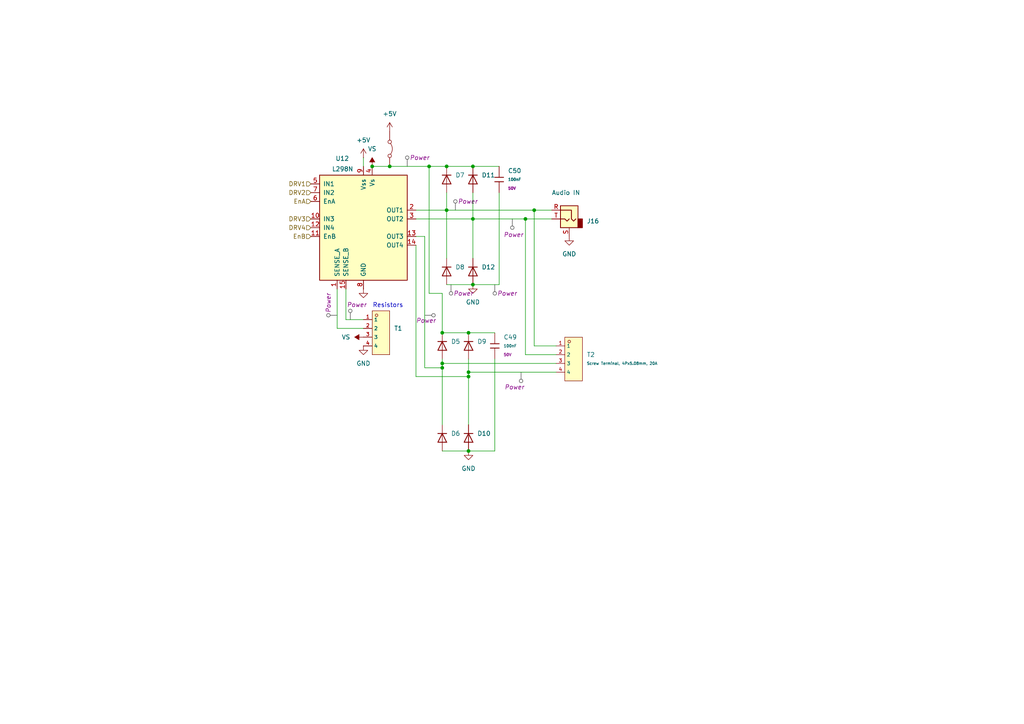
<source format=kicad_sch>
(kicad_sch (version 20250114) (generator "eeschema") (generator_version "9.0")
  (paper "A4")
  (lib_symbols
    (symbol "Connector_Audio:AudioJack2_Ground"
      (property "Reference" "J4" (at -5.08 -0.635 0))
      (property "Value" "Audio Out to Soundcard" (at 5.08 7.62 0))
      (symbol "AudioJack2_Ground_0_1"
        (rectangle (start -2.54 -2.54) (end -3.81 0) (stroke (width 0.254)) (fill (type outline)))
        (polyline (pts (xy 0 0) (xy 0.635 -0.635) (xy 1.27 0) (xy 2.54 0)) (stroke (width 0.254)))
        (rectangle (start 2.54 3.81) (end -2.54 -2.54) (stroke (width 0.254)) (fill (type background)))
        (polyline (pts (xy 2.54 2.54) (xy -0.635 2.54) (xy -0.635 0) (xy -1.27 -0.635) (xy -1.905 0)) (stroke (width 0.254)))
      )
      (symbol "AudioJack2_Ground_1_1"
        (pin passive line (at 0 -5.08 90) (length 2.54) (name "~") (number "S"))
        (pin passive line (at 5.08 2.54 180) (length 2.54) (name "~") (number "R"))
        (pin passive line (at 5.08 0 180) (length 2.54) (name "~") (number "T"))
      )
    )
    (symbol "Driver_Motor:L298N" (pin_names (offset 1.016))
      (property "Reference" "U" (at -10.16 16.51 0))
      (property "Value" "L298N" (at 12.7 16.51 0))
      (symbol "L298N_0_1"
        (rectangle (start -12.7 15.24) (end 12.7 -15.24) (stroke (width 0.254)) (fill (type background)))
      )
      (symbol "L298N_1_1"
        (pin input line (at -15.24 12.7 0) (length 2.54) (name "IN1") (number "5"))
        (pin input line (at -15.24 10.16 0) (length 2.54) (name "IN2") (number "7"))
        (pin input line (at -15.24 7.62 0) (length 2.54) (name "EnA") (number "6"))
        (pin input line (at -15.24 2.54 0) (length 2.54) (name "IN3") (number "10"))
        (pin input line (at -15.24 0 0) (length 2.54) (name "IN4") (number "12"))
        (pin input line (at -15.24 -2.54 0) (length 2.54) (name "EnB") (number "11"))
        (pin power_in line (at -7.62 -17.78 90) (length 2.54) (name "SENSE_A") (number "1"))
        (pin power_in line (at -5.08 -17.78 90) (length 2.54) (name "SENSE_B") (number "15"))
        (pin power_in line (at 0 17.78 270) (length 2.54) (name "Vss") (number "9"))
        (pin power_in line (at 0 -17.78 90) (length 2.54) (name "GND") (number "8"))
        (pin power_in line (at 2.54 17.78 270) (length 2.54) (name "Vs") (number "4"))
        (pin output line (at 15.24 5.08 180) (length 2.54) (name "OUT1") (number "2"))
        (pin output line (at 15.24 2.54 180) (length 2.54) (name "OUT2") (number "3"))
        (pin output line (at 15.24 -2.54 180) (length 2.54) (name "OUT3") (number "13"))
        (pin output line (at 15.24 -5.08 180) (length 2.54) (name "OUT4") (number "14"))
      )
    )
    (symbol "Jumper:Jumper_2_Bridged" (pin_numbers (hide yes)) (pin_names (offset 0) (hide yes)) (exclude_from_sim yes)
      (property "Reference" "JP" (at 0 1.905 0))
      (property "Value" "Jumper_2_Bridged" (at 0 -2.54 0))
      (symbol "Jumper_2_Bridged_0_0"
        (circle (center -2.032 0) (radius 0.508))
        (circle (center 2.032 0) (radius 0.508))
      )
      (symbol "Jumper_2_Bridged_0_1"
        (arc (start -1.524 0.254) (mid 0 0.762) (end 1.524 0.254))
      )
      (symbol "Jumper_2_Bridged_1_1"
        (pin passive line (at -5.08 0 0) (length 2.54) (name "A") (number "1"))
        (pin passive line (at 5.08 0 180) (length 2.54) (name "B") (number "2"))
      )
    )
    (symbol "PCM_JLCPCB-Capacitors:0805,100nF,(2)" (pin_numbers (hide yes)) (pin_names (offset 0))
      (property "Reference" "C" (at 2.032 1.668 0))
      (property "Value" "100nF" (at 2.032 -0.3782 0))
      (property "Voltage Rated" "50V" (at 2.032 -2.0462 0))
      (symbol "0805,100nF,(2)_0_1"
        (polyline (pts (xy -1.27 0.635) (xy 1.27 0.635)) (stroke (width 0.254)))
        (polyline (pts (xy -1.27 -0.635) (xy 1.27 -0.635)) (stroke (width 0.254)))
      )
      (symbol "0805,100nF,(2)_1_1"
        (pin passive line (at 0 3.81 270) (length 3.175) (name "~") (number "1"))
        (pin passive line (at 0 -3.81 90) (length 3.175) (name "~") (number "2"))
      )
    )
    (symbol "PCM_JLCPCB-Connectors_Buttons:Screw Terminal, 4Px5.08mm, 20A"
      (property "Reference" "T" (at 3.556 6.604 0))
      (property "Value" "Screw Terminal, 4Px5.08mm, 20A" (at 0 -6.096 0))
      (symbol "Screw Terminal, 4Px5.08mm, 20A_0_1"
        (rectangle (start -2.54 7.62) (end 2.54 -5.08) (fill (type background)))
        (circle (center -1.27 6.35) (radius 0.381) (fill (type background)))
        (pin unspecified line (at -5.08 5.08 0) (length 2.54) (name "1") (number "1"))
        (pin unspecified line (at -5.08 2.54 0) (length 2.54) (name "2") (number "2"))
        (pin unspecified line (at -5.08 0 0) (length 2.54) (name "3") (number "3"))
        (pin unspecified line (at -5.08 -2.54 0) (length 2.54) (name "4") (number "4"))
      )
    )
    (symbol "PCM_JLCPCB-Diodes:General,1N4004W" (pin_numbers (hide yes)) (pin_names (offset 0))
      (property "Reference" "D" (at 2.032 0.834 0))
      (property "Value" "1N4004W" (at 2.032 -1.2122 0))
      (symbol "General,1N4004W_0_1"
        (polyline (pts (xy -1.27 1.27) (xy 0 -1.27) (xy 1.27 1.27) (xy -1.27 1.27)) (stroke (width 0.254)))
        (polyline (pts (xy -1.27 -1.27) (xy 1.27 -1.27)) (stroke (width 0.254)))
      )
      (symbol "General,1N4004W_1_1"
        (pin passive line (at 0 3.81 270) (length 3.81) (name "~") (number "2"))
        (pin passive line (at 0 -3.81 90) (length 3.81) (name "~") (number "1"))
      )
    )
    (symbol "power:+1V0" (power) (pin_numbers (hide yes)) (pin_names (offset 0) (hide yes))
      (property "Value" "+1V0" (at 0 3.556 0))
      (symbol "+1V0_0_1"
        (polyline (pts (xy -0.762 1.27) (xy 0 2.54)))
        (polyline (pts (xy 0 2.54) (xy 0.762 1.27)))
        (polyline (pts (xy 0 0) (xy 0 2.54)))
      )
      (symbol "+1V0_1_1"
        (pin power_in line (at 0 0 90) (length 0) (name "~") (number "1"))
      )
    )
    (symbol "power:GND" (power) (pin_numbers (hide yes)) (pin_names (offset 0) (hide yes))
      (property "Value" "GND" (at 0 -3.81 0))
      (symbol "GND_0_1"
        (polyline (pts (xy 0 0) (xy 0 -1.27) (xy 1.27 -1.27) (xy 0 -2.54) (xy -1.27 -1.27) (xy 0 -1.27)))
      )
      (symbol "GND_1_1"
        (pin power_in line (at 0 0 270) (length 0) (name "~") (number "1"))
      )
    )
    (symbol "power:VS" (power) (pin_numbers (hide yes)) (pin_names (offset 0) (hide yes))
      (property "Value" "VS" (at 0 3.556 0))
      (symbol "VS_0_1"
        (polyline (pts (xy 0 0) (xy 0 2.54)))
        (polyline (pts (xy 0.762 1.27) (xy -0.762 1.27) (xy 0 2.54) (xy 0.762 1.27)) (fill (type outline)))
      )
      (symbol "VS_1_1"
        (pin power_in line (at 0 0 90) (length 0) (name "~") (number "1"))
      )
    )
  )
  (text "Resistors" (at 112.522 88.646 0) (effects (font (size 1.27 1.27))))
  (junction (at 113.03 48.26))
  (junction (at 137.16 82.55))
  (junction (at 124.46 48.26))
  (junction (at 137.16 48.26))
  (junction (at 152.4 63.5))
  (junction (at 128.27 105.41))
  (junction (at 154.94 60.96))
  (junction (at 135.89 96.52))
  (junction (at 128.27 96.52))
  (junction (at 135.89 109.22))
  (junction (at 135.89 130.81))
  (junction (at 129.54 60.96))
  (junction (at 107.95 48.26))
  (junction (at 137.16 63.5))
  (junction (at 135.89 107.95))
  (junction (at 129.54 48.26))
  (junction (at 128.27 106.68))
  (wire (pts (xy 161.29 102.87) (xy 152.4 102.87)))
  (wire (pts (xy 128.27 85.09) (xy 124.46 85.09)))
  (wire (pts (xy 152.4 102.87) (xy 152.4 63.5)))
  (wire (pts (xy 124.46 85.09) (xy 124.46 48.26)))
  (wire (pts (xy 154.94 60.96) (xy 160.02 60.96)))
  (wire (pts (xy 129.54 48.26) (xy 137.16 48.26)))
  (wire (pts (xy 124.46 48.26) (xy 129.54 48.26)))
  (wire (pts (xy 120.65 60.96) (xy 129.54 60.96)))
  (wire (pts (xy 129.54 60.96) (xy 129.54 74.93)))
  (wire (pts (xy 128.27 105.41) (xy 128.27 106.68)))
  (wire (pts (xy 144.78 55.88) (xy 144.78 82.55)))
  (wire (pts (xy 135.89 96.52) (xy 143.51 96.52)))
  (wire (pts (xy 128.27 96.52) (xy 135.89 96.52)))
  (wire (pts (xy 105.41 45.72) (xy 105.41 48.26)))
  (wire (pts (xy 137.16 82.55) (xy 144.78 82.55)))
  (wire (pts (xy 100.33 92.71) (xy 105.41 92.71)))
  (wire (pts (xy 161.29 100.33) (xy 154.94 100.33)))
  (wire (pts (xy 123.19 68.58) (xy 120.65 68.58)))
  (wire (pts (xy 154.94 100.33) (xy 154.94 60.96)))
  (wire (pts (xy 129.54 82.55) (xy 137.16 82.55)))
  (wire (pts (xy 135.89 130.81) (xy 143.51 130.81)))
  (wire (pts (xy 97.79 95.25) (xy 105.41 95.25)))
  (wire (pts (xy 128.27 130.81) (xy 135.89 130.81)))
  (wire (pts (xy 100.33 83.82) (xy 100.33 92.71)))
  (wire (pts (xy 143.51 104.14) (xy 143.51 130.81)))
  (wire (pts (xy 120.65 109.22) (xy 135.89 109.22)))
  (wire (pts (xy 135.89 109.22) (xy 135.89 123.19)))
  (wire (pts (xy 113.03 48.26) (xy 124.46 48.26)))
  (wire (pts (xy 123.19 106.68) (xy 128.27 106.68)))
  (wire (pts (xy 128.27 96.52) (xy 128.27 85.09)))
  (wire (pts (xy 97.79 83.82) (xy 97.79 95.25)))
  (wire (pts (xy 160.02 63.5) (xy 152.4 63.5)))
  (wire (pts (xy 129.54 55.88) (xy 129.54 60.96)))
  (wire (pts (xy 128.27 105.41) (xy 161.29 105.41)))
  (wire (pts (xy 123.19 68.58) (xy 123.19 106.68)))
  (wire (pts (xy 120.65 63.5) (xy 137.16 63.5)))
  (wire (pts (xy 137.16 55.88) (xy 137.16 63.5)))
  (wire (pts (xy 135.89 107.95) (xy 135.89 109.22)))
  (wire (pts (xy 137.16 48.26) (xy 144.78 48.26)))
  (wire (pts (xy 129.54 60.96) (xy 154.94 60.96)))
  (wire (pts (xy 128.27 106.68) (xy 128.27 123.19)))
  (wire (pts (xy 161.29 107.95) (xy 135.89 107.95)))
  (wire (pts (xy 120.65 71.12) (xy 120.65 109.22)))
  (wire (pts (xy 128.27 104.14) (xy 128.27 105.41)))
  (wire (pts (xy 137.16 63.5) (xy 137.16 74.93)))
  (wire (pts (xy 135.89 104.14) (xy 135.89 107.95)))
  (wire (pts (xy 107.95 48.26) (xy 113.03 48.26)))
  (wire (pts (xy 152.4 63.5) (xy 137.16 63.5)))
  (hierarchical_label "DRV4" (shape input) (at 90.17 66.04 180))
  (hierarchical_label "DRV2" (shape input) (at 90.17 55.88 180))
  (hierarchical_label "EnA" (shape input) (at 90.17 58.42 180))
  (hierarchical_label "DRV3" (shape input) (at 90.17 63.5 180))
  (hierarchical_label "EnB" (shape input) (at 90.17 68.58 180))
  (hierarchical_label "DRV1" (shape input) (at 90.17 53.34 180))
  (netclass_flag "" (length 2.54) (shape round) (at 148.59 63.5 180) (property "Netclass" "Power" (at 146.05 68.072 0) (effects (font (italic yes)) (justify left))))
  (netclass_flag "" (length 2.54) (shape round) (at 97.79 91.44 90) (property "Netclass" "Power" (at 95.25 90.7415 90) (effects (font (italic yes)) (justify left))))
  (netclass_flag "" (length 2.54) (shape round) (at 143.51 82.55 180) (property "Netclass" "Power" (at 144.2085 85.09 0) (effects (font (italic yes)) (justify left))))
  (netclass_flag "" (length 2.54) (shape round) (at 151.13 107.95 180) (property "Netclass" "Power" (at 152.146 112.268 0) (effects (font (italic yes)) (justify right))))
  (netclass_flag "" (length 2.54) (shape round) (at 118.11 48.26 0) (property "Netclass" "Power" (at 118.8085 45.72 0) (effects (font (italic yes)) (justify left))))
  (netclass_flag "" (length 2.54) (shape round) (at 123.19 91.44 270) (property "Netclass" "Power" (at 126.492 92.964 0) (effects (font (italic yes)) (justify right))))
  (netclass_flag "" (length 2.54) (shape round) (at 132.08 60.96 0) (property "Netclass" "Power" (at 132.7785 58.42 0) (effects (font (italic yes)) (justify left))))
  (netclass_flag "" (length 2.54) (shape round) (at 101.6 92.71 0) (property "Netclass" "Power" (at 100.584 88.392 0) (effects (font (italic yes)) (justify left))))
  (netclass_flag "" (length 2.54) (shape round) (at 130.81 82.55 180) (property "Netclass" "Power" (at 131.5085 85.09 0) (effects (font (italic yes)) (justify left))))
  (symbol (lib_id "power:GND") (at 135.89 130.81 0) (unit 1)
    (property "Reference" "#PWR096" (effects (hide yes)))
    (property "Value" "GND" (at 135.89 135.89 0))
    (property "Description" "Power symbol creates a global label with name \"GND\" , ground" (effects (hide yes)))
  )
  (symbol (lib_id "PCM_JLCPCB-Diodes:General,1N4004W") (at 137.16 52.07 180) (unit 1)
    (property "Reference" "D11" (at 139.7 50.7999 0) (effects (justify right)))
    (property "Value" "1N4004W" (effects (hide yes)))
    (property "Footprint" "PCM_JLCPCB:D_SOD-123FL" (effects (hide yes)))
    (property "Datasheet" "https://wmsc.lcsc.com/wmsc/upload/file/pdf/v2/lcsc/2309251425_hongjiacheng-1N4004W_C18199087.pdf" (effects (hide yes)))
    (property "Description" "Independent Type 1A 400V 1V@1.0A SOD-123FL Diodes - General Purpose ROHS" (effects (hide yes)))
    (property "LCSC" "C18199087" (effects (hide yes)))
    (property "Stock" "77243" (effects (hide yes)))
    (property "Price" "0.011USD" (effects (hide yes)))
    (property "Process" "SMT" (effects (hide yes)))
    (property "Minimum Qty" "20" (effects (hide yes)))
    (property "Attrition Qty" "10" (effects (hide yes)))
    (property "Class" "Preferred Component" (effects (hide yes)))
    (property "Category" "Diodes,Diodes - General Purpose" (effects (hide yes)))
    (property "Manufacturer" "hongjiacheng" (effects (hide yes)))
    (property "Part" "1N4004W" (effects (hide yes)))
    (property "Forward Voltage (Vf@If)" "1V@1.0A" (effects (hide yes)))
    (property "Reverse Voltage (Vr)" "400V" (effects (hide yes)))
    (property "Average Rectified Current (Io)" "1A" (effects (hide yes)))
    (property "Diode Configuration" "Single" (effects (hide yes)))
    (property "Reverse Leakage Current" "2uA@400V" (effects (hide yes)))
  )
  (symbol (lib_id "PCM_JLCPCB-Capacitors:0805,100nF,(2)") (at 143.51 100.33 0) (unit 1)
    (property "Reference" "C49" (at 146.05 97.7899 0) (effects (justify left)))
    (property "Value" "100nF" (at 146.05 100.33 0) (effects (font (size 0.8 0.8)) (justify left)))
    (property "Footprint" "PCM_JLCPCB:C_0805" (effects (hide yes)))
    (property "Datasheet" "https://www.lcsc.com/datasheet/lcsc_datasheet_2304140030_YAGEO-CC0805KRX7R9BB104_C49678.pdf" (effects (hide yes)))
    (property "Description" "50V 100nF X7R ±10% 0805 Multilayer Ceramic Capacitors MLCC - SMD/SMT ROHS" (effects (hide yes)))
    (property "LCSC" "C49678" (effects (hide yes)))
    (property "Stock" "14056258" (effects (hide yes)))
    (property "Price" "0.008USD" (effects (hide yes)))
    (property "Process" "SMT" (effects (hide yes)))
    (property "Minimum Qty" "20" (effects (hide yes)))
    (property "Attrition Qty" "10" (effects (hide yes)))
    (property "Class" "Basic Component" (effects (hide yes)))
    (property "Category" "Capacitors,Multilayer Ceramic Capacitors MLCC - SMD/SMT" (effects (hide yes)))
    (property "Manufacturer" "YAGEO" (effects (hide yes)))
    (property "Part" "CC0805KRX7R9BB104" (effects (hide yes)))
    (property "Voltage Rated" "50V" (at 146.05 102.87 0) (effects (font (size 0.8 0.8)) (justify left)))
    (property "Tolerance" "±10%" (effects (hide yes)))
    (property "Capacitance" "100nF" (effects (hide yes)))
    (property "Temperature Coefficient" "X7R" (effects (hide yes)))
  )
  (symbol (lib_id "power:+1V0") (at 105.41 45.72 0) (unit 1)
    (property "Reference" "#PWR093" (effects (hide yes)))
    (property "Value" "+5V" (at 105.41 40.64 0))
    (property "Description" "Power symbol creates a global label with name \"+1V0\"" (effects (hide yes)))
  )
  (symbol (lib_id "PCM_JLCPCB-Diodes:General,1N4004W") (at 137.16 78.74 180) (unit 1)
    (property "Reference" "D12" (at 139.7 77.4699 0) (effects (justify right)))
    (property "Value" "1N4004W" (effects (hide yes)))
    (property "Footprint" "PCM_JLCPCB:D_SOD-123FL" (effects (hide yes)))
    (property "Datasheet" "https://wmsc.lcsc.com/wmsc/upload/file/pdf/v2/lcsc/2309251425_hongjiacheng-1N4004W_C18199087.pdf" (effects (hide yes)))
    (property "Description" "Independent Type 1A 400V 1V@1.0A SOD-123FL Diodes - General Purpose ROHS" (effects (hide yes)))
    (property "LCSC" "C18199087" (effects (hide yes)))
    (property "Stock" "77243" (effects (hide yes)))
    (property "Price" "0.011USD" (effects (hide yes)))
    (property "Process" "SMT" (effects (hide yes)))
    (property "Minimum Qty" "20" (effects (hide yes)))
    (property "Attrition Qty" "10" (effects (hide yes)))
    (property "Class" "Preferred Component" (effects (hide yes)))
    (property "Category" "Diodes,Diodes - General Purpose" (effects (hide yes)))
    (property "Manufacturer" "hongjiacheng" (effects (hide yes)))
    (property "Part" "1N4004W" (effects (hide yes)))
    (property "Forward Voltage (Vf@If)" "1V@1.0A" (effects (hide yes)))
    (property "Reverse Voltage (Vr)" "400V" (effects (hide yes)))
    (property "Average Rectified Current (Io)" "1A" (effects (hide yes)))
    (property "Diode Configuration" "Single" (effects (hide yes)))
    (property "Reverse Leakage Current" "2uA@400V" (effects (hide yes)))
  )
  (symbol (lib_id "PCM_JLCPCB-Diodes:General,1N4004W") (at 129.54 52.07 180) (unit 1)
    (property "Reference" "D7" (at 132.08 50.7999 0) (effects (justify right)))
    (property "Value" "1N4004W" (effects (hide yes)))
    (property "Footprint" "PCM_JLCPCB:D_SOD-123FL" (effects (hide yes)))
    (property "Datasheet" "https://wmsc.lcsc.com/wmsc/upload/file/pdf/v2/lcsc/2309251425_hongjiacheng-1N4004W_C18199087.pdf" (effects (hide yes)))
    (property "Description" "Independent Type 1A 400V 1V@1.0A SOD-123FL Diodes - General Purpose ROHS" (effects (hide yes)))
    (property "LCSC" "C18199087" (effects (hide yes)))
    (property "Stock" "77243" (effects (hide yes)))
    (property "Price" "0.011USD" (effects (hide yes)))
    (property "Process" "SMT" (effects (hide yes)))
    (property "Minimum Qty" "20" (effects (hide yes)))
    (property "Attrition Qty" "10" (effects (hide yes)))
    (property "Class" "Preferred Component" (effects (hide yes)))
    (property "Category" "Diodes,Diodes - General Purpose" (effects (hide yes)))
    (property "Manufacturer" "hongjiacheng" (effects (hide yes)))
    (property "Part" "1N4004W" (effects (hide yes)))
    (property "Forward Voltage (Vf@If)" "1V@1.0A" (effects (hide yes)))
    (property "Reverse Voltage (Vr)" "400V" (effects (hide yes)))
    (property "Average Rectified Current (Io)" "1A" (effects (hide yes)))
    (property "Diode Configuration" "Single" (effects (hide yes)))
    (property "Reverse Leakage Current" "2uA@400V" (effects (hide yes)))
  )
  (symbol (lib_id "power:VS") (at 105.41 97.79 90) (unit 1)
    (property "Reference" "#PWR09" (effects (hide yes)))
    (property "Value" "VS" (at 101.6 97.7899 90) (effects (justify left)))
    (property "Description" "Power symbol creates a global label with name \"VS\"" (effects (hide yes)))
  )
  (symbol (lib_id "power:GND") (at 105.41 83.82 0) (unit 1)
    (property "Reference" "#PWR094" (effects (hide yes)))
    (property "Value" "GND" (effects (hide yes)))
    (property "Description" "Power symbol creates a global label with name \"GND\" , ground" (effects (hide yes)))
  )
  (symbol (lib_id "PCM_JLCPCB-Connectors_Buttons:Screw Terminal, 4Px5.08mm, 20A") (at 166.37 105.41 0) (unit 1)
    (property "Reference" "T2" (at 170.18 102.8699 0) (effects (justify left)))
    (property "Value" "Screw Terminal, 4Px5.08mm, 20A" (at 170.18 105.41 0) (effects (font (size 0.8 0.8)) (justify left)))
    (property "Footprint" "PCM_JLCPCB:CONN-TH_4P-P5.08_DB129VG-5.08-4P-GN-S" (effects (hide yes)))
    (property "Datasheet" "https://wmsc.lcsc.com/wmsc/upload/file/pdf/v2/lcsc/2211041400_DORABO-DB129VG-5-08-4P-GN-S_C2981774.pdf" (effects (hide yes)))
    (property "Description" "1x4P 20A -40°C~+105°C 300V Green 12~26 Direct Insert 5.08mm 1 4 Plugin,P=5.08mm Screw Terminal Blocks ROHS" (effects (hide yes)))
    (property "LCSC" "C2981774" (effects (hide yes)))
    (property "Price" "0.489USD" (effects (hide yes)))
    (property "Stock" "42" (effects (hide yes)))
    (property "Process" "Hand-Soldered" (effects (hide yes)))
    (property "Minimum Qty" "2" (effects (hide yes)))
    (property "Attrition Qty" "0" (effects (hide yes)))
    (property "Class" "Preferred Component" (effects (hide yes)))
    (property "Category" "Connectors,Screw Terminal" (effects (hide yes)))
    (property "Manufacturer" "DORABO" (effects (hide yes)))
    (property "Part" "DB129VG-5.08-4P-GN-S" (effects (hide yes)))
    (property "Number Of Pins Per Row" "4" (effects (hide yes)))
    (property "Structure" "1x4P" (effects (hide yes)))
    (property "Wire Gauge - Awg" "12~26" (effects (hide yes)))
    (property "Pitch" "5.08mm" (effects (hide yes)))
    (property "Number Of Pins" "4P" (effects (hide yes)))
    (property "Color" "Green" (effects (hide yes)))
    (property "Operating Temperature Range" "-40°C~+105°C" (effects (hide yes)))
    (property "Current Rating (Max)" "20A" (effects (hide yes)))
    (property "Number Of Rows" "1" (effects (hide yes)))
    (property "Voltage Rating (Max)" "300V" (effects (hide yes)))
    (property "Mounting Style" "Straight" (effects (hide yes)))
  )
  (symbol (lib_id "PCM_JLCPCB-Diodes:General,1N4004W") (at 128.27 127 180) (unit 1)
    (property "Reference" "D6" (at 130.81 125.7299 0) (effects (justify right)))
    (property "Value" "1N4004W" (effects (hide yes)))
    (property "Footprint" "PCM_JLCPCB:D_SOD-123FL" (effects (hide yes)))
    (property "Datasheet" "https://wmsc.lcsc.com/wmsc/upload/file/pdf/v2/lcsc/2309251425_hongjiacheng-1N4004W_C18199087.pdf" (effects (hide yes)))
    (property "Description" "Independent Type 1A 400V 1V@1.0A SOD-123FL Diodes - General Purpose ROHS" (effects (hide yes)))
    (property "LCSC" "C18199087" (effects (hide yes)))
    (property "Stock" "77243" (effects (hide yes)))
    (property "Price" "0.011USD" (effects (hide yes)))
    (property "Process" "SMT" (effects (hide yes)))
    (property "Minimum Qty" "20" (effects (hide yes)))
    (property "Attrition Qty" "10" (effects (hide yes)))
    (property "Class" "Preferred Component" (effects (hide yes)))
    (property "Category" "Diodes,Diodes - General Purpose" (effects (hide yes)))
    (property "Manufacturer" "hongjiacheng" (effects (hide yes)))
    (property "Part" "1N4004W" (effects (hide yes)))
    (property "Forward Voltage (Vf@If)" "1V@1.0A" (effects (hide yes)))
    (property "Reverse Voltage (Vr)" "400V" (effects (hide yes)))
    (property "Average Rectified Current (Io)" "1A" (effects (hide yes)))
    (property "Diode Configuration" "Single" (effects (hide yes)))
    (property "Reverse Leakage Current" "2uA@400V" (effects (hide yes)))
  )
  (symbol (lib_id "PCM_JLCPCB-Diodes:General,1N4004W") (at 135.89 127 180) (unit 1)
    (property "Reference" "D10" (at 138.43 125.7299 0) (effects (justify right)))
    (property "Value" "1N4004W" (effects (hide yes)))
    (property "Footprint" "PCM_JLCPCB:D_SOD-123FL" (effects (hide yes)))
    (property "Datasheet" "https://wmsc.lcsc.com/wmsc/upload/file/pdf/v2/lcsc/2309251425_hongjiacheng-1N4004W_C18199087.pdf" (effects (hide yes)))
    (property "Description" "Independent Type 1A 400V 1V@1.0A SOD-123FL Diodes - General Purpose ROHS" (effects (hide yes)))
    (property "LCSC" "C18199087" (effects (hide yes)))
    (property "Stock" "77243" (effects (hide yes)))
    (property "Price" "0.011USD" (effects (hide yes)))
    (property "Process" "SMT" (effects (hide yes)))
    (property "Minimum Qty" "20" (effects (hide yes)))
    (property "Attrition Qty" "10" (effects (hide yes)))
    (property "Class" "Preferred Component" (effects (hide yes)))
    (property "Category" "Diodes,Diodes - General Purpose" (effects (hide yes)))
    (property "Manufacturer" "hongjiacheng" (effects (hide yes)))
    (property "Part" "1N4004W" (effects (hide yes)))
    (property "Forward Voltage (Vf@If)" "1V@1.0A" (effects (hide yes)))
    (property "Reverse Voltage (Vr)" "400V" (effects (hide yes)))
    (property "Average Rectified Current (Io)" "1A" (effects (hide yes)))
    (property "Diode Configuration" "Single" (effects (hide yes)))
    (property "Reverse Leakage Current" "2uA@400V" (effects (hide yes)))
  )
  (symbol (lib_id "PCM_JLCPCB-Diodes:General,1N4004W") (at 135.89 100.33 180) (unit 1)
    (property "Reference" "D9" (at 138.43 99.0599 0) (effects (justify right)))
    (property "Value" "1N4004W" (effects (hide yes)))
    (property "Footprint" "PCM_JLCPCB:D_SOD-123FL" (effects (hide yes)))
    (property "Datasheet" "https://wmsc.lcsc.com/wmsc/upload/file/pdf/v2/lcsc/2309251425_hongjiacheng-1N4004W_C18199087.pdf" (effects (hide yes)))
    (property "Description" "Independent Type 1A 400V 1V@1.0A SOD-123FL Diodes - General Purpose ROHS" (effects (hide yes)))
    (property "LCSC" "C18199087" (effects (hide yes)))
    (property "Stock" "77243" (effects (hide yes)))
    (property "Price" "0.011USD" (effects (hide yes)))
    (property "Process" "SMT" (effects (hide yes)))
    (property "Minimum Qty" "20" (effects (hide yes)))
    (property "Attrition Qty" "10" (effects (hide yes)))
    (property "Class" "Preferred Component" (effects (hide yes)))
    (property "Category" "Diodes,Diodes - General Purpose" (effects (hide yes)))
    (property "Manufacturer" "hongjiacheng" (effects (hide yes)))
    (property "Part" "1N4004W" (effects (hide yes)))
    (property "Forward Voltage (Vf@If)" "1V@1.0A" (effects (hide yes)))
    (property "Reverse Voltage (Vr)" "400V" (effects (hide yes)))
    (property "Average Rectified Current (Io)" "1A" (effects (hide yes)))
    (property "Diode Configuration" "Single" (effects (hide yes)))
    (property "Reverse Leakage Current" "2uA@400V" (effects (hide yes)))
  )
  (symbol (lib_id "PCM_JLCPCB-Connectors_Buttons:Screw Terminal, 4Px5.08mm, 20A") (at 110.49 97.79 0) (unit 1)
    (property "Reference" "T1" (at 114.3 95.2499 0) (effects (justify left)))
    (property "Value" "Screw Terminal, 4Px5.08mm, 20A" (effects (hide yes)))
    (property "Footprint" "PCM_JLCPCB:CONN-TH_4P-P5.08_DB129VG-5.08-4P-GN-S" (effects (hide yes)))
    (property "Datasheet" "https://wmsc.lcsc.com/wmsc/upload/file/pdf/v2/lcsc/2211041400_DORABO-DB129VG-5-08-4P-GN-S_C2981774.pdf" (effects (hide yes)))
    (property "Description" "1x4P 20A -40°C~+105°C 300V Green 12~26 Direct Insert 5.08mm 1 4 Plugin,P=5.08mm Screw Terminal Blocks ROHS" (effects (hide yes)))
    (property "LCSC" "C2981774" (effects (hide yes)))
    (property "Price" "0.489USD" (effects (hide yes)))
    (property "Stock" "42" (effects (hide yes)))
    (property "Process" "Hand-Soldered" (effects (hide yes)))
    (property "Minimum Qty" "2" (effects (hide yes)))
    (property "Attrition Qty" "0" (effects (hide yes)))
    (property "Class" "Preferred Component" (effects (hide yes)))
    (property "Category" "Connectors,Screw Terminal" (effects (hide yes)))
    (property "Manufacturer" "DORABO" (effects (hide yes)))
    (property "Part" "DB129VG-5.08-4P-GN-S" (effects (hide yes)))
    (property "Number Of Pins Per Row" "4" (effects (hide yes)))
    (property "Structure" "1x4P" (effects (hide yes)))
    (property "Wire Gauge - Awg" "12~26" (effects (hide yes)))
    (property "Pitch" "5.08mm" (effects (hide yes)))
    (property "Number Of Pins" "4P" (effects (hide yes)))
    (property "Color" "Green" (effects (hide yes)))
    (property "Operating Temperature Range" "-40°C~+105°C" (effects (hide yes)))
    (property "Current Rating (Max)" "20A" (effects (hide yes)))
    (property "Number Of Rows" "1" (effects (hide yes)))
    (property "Voltage Rating (Max)" "300V" (effects (hide yes)))
    (property "Mounting Style" "Straight" (effects (hide yes)))
  )
  (symbol (lib_id "PCM_JLCPCB-Diodes:General,1N4004W") (at 128.27 100.33 180) (unit 1)
    (property "Reference" "D5" (at 130.81 99.0599 0) (effects (justify right)))
    (property "Value" "1N4004W" (effects (hide yes)))
    (property "Footprint" "PCM_JLCPCB:D_SOD-123FL" (effects (hide yes)))
    (property "Datasheet" "https://wmsc.lcsc.com/wmsc/upload/file/pdf/v2/lcsc/2309251425_hongjiacheng-1N4004W_C18199087.pdf" (effects (hide yes)))
    (property "Description" "Independent Type 1A 400V 1V@1.0A SOD-123FL Diodes - General Purpose ROHS" (effects (hide yes)))
    (property "LCSC" "C18199087" (effects (hide yes)))
    (property "Stock" "77243" (effects (hide yes)))
    (property "Price" "0.011USD" (effects (hide yes)))
    (property "Process" "SMT" (effects (hide yes)))
    (property "Minimum Qty" "20" (effects (hide yes)))
    (property "Attrition Qty" "10" (effects (hide yes)))
    (property "Class" "Preferred Component" (effects (hide yes)))
    (property "Category" "Diodes,Diodes - General Purpose" (effects (hide yes)))
    (property "Manufacturer" "hongjiacheng" (effects (hide yes)))
    (property "Part" "1N4004W" (effects (hide yes)))
    (property "Forward Voltage (Vf@If)" "1V@1.0A" (effects (hide yes)))
    (property "Reverse Voltage (Vr)" "400V" (effects (hide yes)))
    (property "Average Rectified Current (Io)" "1A" (effects (hide yes)))
    (property "Diode Configuration" "Single" (effects (hide yes)))
    (property "Reverse Leakage Current" "2uA@400V" (effects (hide yes)))
  )
  (symbol (lib_id "power:GND") (at 165.1 68.58 0) (unit 1)
    (property "Reference" "#PWR098" (effects (hide yes)))
    (property "Value" "GND" (at 165.1 73.66 0))
    (property "Description" "Power symbol creates a global label with name \"GND\" , ground" (effects (hide yes)))
  )
  (symbol (lib_id "power:VS") (at 107.95 48.26 0) (unit 1)
    (property "Reference" "#PWR08" (effects (hide yes)))
    (property "Value" "VS" (at 107.95 43.18 0))
    (property "Description" "Power symbol creates a global label with name \"VS\"" (effects (hide yes)))
  )
  (symbol (lib_id "power:GND") (at 105.41 100.33 0) (unit 1)
    (property "Reference" "#PWR095" (effects (hide yes)))
    (property "Value" "GND" (at 105.41 105.41 0))
    (property "Description" "Power symbol creates a global label with name \"GND\" , ground" (effects (hide yes)))
  )
  (symbol (lib_id "PCM_JLCPCB-Diodes:General,1N4004W") (at 129.54 78.74 180) (unit 1)
    (property "Reference" "D8" (at 132.08 77.4699 0) (effects (justify right)))
    (property "Value" "1N4004W" (effects (hide yes)))
    (property "Footprint" "PCM_JLCPCB:D_SOD-123FL" (effects (hide yes)))
    (property "Datasheet" "https://wmsc.lcsc.com/wmsc/upload/file/pdf/v2/lcsc/2309251425_hongjiacheng-1N4004W_C18199087.pdf" (effects (hide yes)))
    (property "Description" "Independent Type 1A 400V 1V@1.0A SOD-123FL Diodes - General Purpose ROHS" (effects (hide yes)))
    (property "LCSC" "C18199087" (effects (hide yes)))
    (property "Stock" "77243" (effects (hide yes)))
    (property "Price" "0.011USD" (effects (hide yes)))
    (property "Process" "SMT" (effects (hide yes)))
    (property "Minimum Qty" "20" (effects (hide yes)))
    (property "Attrition Qty" "10" (effects (hide yes)))
    (property "Class" "Preferred Component" (effects (hide yes)))
    (property "Category" "Diodes,Diodes - General Purpose" (effects (hide yes)))
    (property "Manufacturer" "hongjiacheng" (effects (hide yes)))
    (property "Part" "1N4004W" (effects (hide yes)))
    (property "Forward Voltage (Vf@If)" "1V@1.0A" (effects (hide yes)))
    (property "Reverse Voltage (Vr)" "400V" (effects (hide yes)))
    (property "Average Rectified Current (Io)" "1A" (effects (hide yes)))
    (property "Diode Configuration" "Single" (effects (hide yes)))
    (property "Reverse Leakage Current" "2uA@400V" (effects (hide yes)))
  )
  (symbol (lib_id "PCM_JLCPCB-Capacitors:0805,100nF,(2)") (at 144.78 52.07 0) (unit 1)
    (property "Reference" "C50" (at 147.32 49.5299 0) (effects (justify left)))
    (property "Value" "100nF" (at 147.32 52.07 0) (effects (font (size 0.8 0.8)) (justify left)))
    (property "Footprint" "PCM_JLCPCB:C_0805" (effects (hide yes)))
    (property "Datasheet" "https://www.lcsc.com/datasheet/lcsc_datasheet_2304140030_YAGEO-CC0805KRX7R9BB104_C49678.pdf" (effects (hide yes)))
    (property "Description" "50V 100nF X7R ±10% 0805 Multilayer Ceramic Capacitors MLCC - SMD/SMT ROHS" (effects (hide yes)))
    (property "LCSC" "C49678" (effects (hide yes)))
    (property "Stock" "14056258" (effects (hide yes)))
    (property "Price" "0.008USD" (effects (hide yes)))
    (property "Process" "SMT" (effects (hide yes)))
    (property "Minimum Qty" "20" (effects (hide yes)))
    (property "Attrition Qty" "10" (effects (hide yes)))
    (property "Class" "Basic Component" (effects (hide yes)))
    (property "Category" "Capacitors,Multilayer Ceramic Capacitors MLCC - SMD/SMT" (effects (hide yes)))
    (property "Manufacturer" "YAGEO" (effects (hide yes)))
    (property "Part" "CC0805KRX7R9BB104" (effects (hide yes)))
    (property "Voltage Rated" "50V" (at 147.32 54.61 0) (effects (font (size 0.8 0.8)) (justify left)))
    (property "Tolerance" "±10%" (effects (hide yes)))
    (property "Capacitance" "100nF" (effects (hide yes)))
    (property "Temperature Coefficient" "X7R" (effects (hide yes)))
  )
  (symbol (lib_id "power:+1V0") (at 113.03 38.1 0) (unit 1)
    (property "Reference" "#PWR07" (effects (hide yes)))
    (property "Value" "+5V" (at 113.03 33.02 0))
    (property "Description" "Power symbol creates a global label with name \"+1V0\"" (effects (hide yes)))
  )
  (symbol (lib_id "Connector_Audio:AudioJack2_Ground") (at 165.1 63.5 0) (mirror y) (unit 1)
    (property "Reference" "J16" (at 170.18 64.135 0) (effects (justify right)))
    (property "Value" "Audio IN" (at 160.02 55.88 0) (effects (justify right)))
    (property "Footprint" "ForTaylanLibrary:Jack_3.5mm_CUI_SJ-3523-SMT_Horizontal" (effects (hide yes)))
    (property "Datasheet" "https://www.lcsc.com/datasheet/lcsc_datasheet_1811132022_BOOMELE-Boom-Precision-Elec-PJ-320B_C18594.pdf" (effects (hide yes)))
    (property "LCSC" "C18594" (effects (hide yes)))
  )
  (symbol (lib_id "Jumper:Jumper_2_Bridged") (at 113.03 43.18 270) (unit 1) (exclude_from_sim yes)
    (property "Reference" "JP89" (effects (hide yes)))
    (property "Value" "Jumper_2_Bridged" (effects (hide yes)))
    (property "Footprint" "Jumper:SolderJumper-2_P1.3mm_Bridged2Bar_RoundedPad1.0x1.5mm" (effects (hide yes)))
    (property "Description" "Jumper, 2-pole, closed/bridged" (effects (hide yes)))
  )
  (symbol (lib_id "power:GND") (at 137.16 82.55 0) (unit 1)
    (property "Reference" "#PWR097" (effects (hide yes)))
    (property "Value" "GND" (at 137.16 87.63 0))
    (property "Description" "Power symbol creates a global label with name \"GND\" , ground" (effects (hide yes)))
  )
  (symbol (lib_id "Driver_Motor:L298N") (at 105.41 66.04 0) (unit 1)
    (property "Reference" "U12" (at 97.282 45.974 0) (effects (justify left)))
    (property "Value" "L298N" (at 96.266 49.022 0) (effects (justify left)))
    (property "Footprint" "Package_TO_SOT_THT:TO-220-15_P2.54x2.54mm_StaggerOdd_Lead4.58mm_Vertical" (effects (hide yes)))
    (property "Datasheet" "http://www.st.com/st-web-ui/static/active/en/resource/technical/document/datasheet/CD00000240.pdf" (effects (hide yes)))
    (property "Description" "Dual full bridge motor driver, up to 46V, 4A, Multiwatt15-V" (effects (hide yes)))
    (property "JLCPCB" "https://jlcpcb.com/partdetail/Stmicroelectronics-L298N/C19922" (effects (hide yes)))
    (property "JLCPCB part #" "C19922" (effects (hide yes)))
  )
)
</source>
